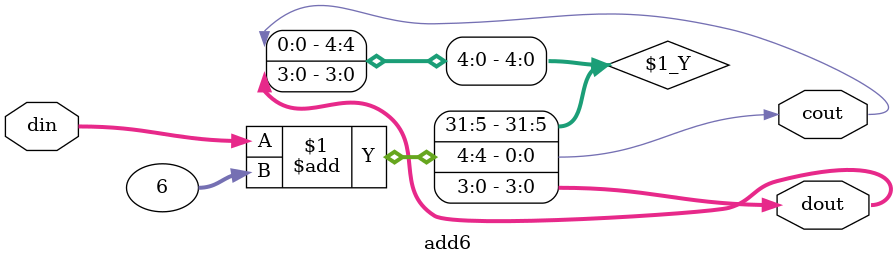
<source format=v>
module add6(din,dout,cout);
parameter width = 4;
input [width-1:0]din;
output [width-1:0]dout;
output cout;

assign {cout,dout} = din+6;

endmodule
 
</source>
